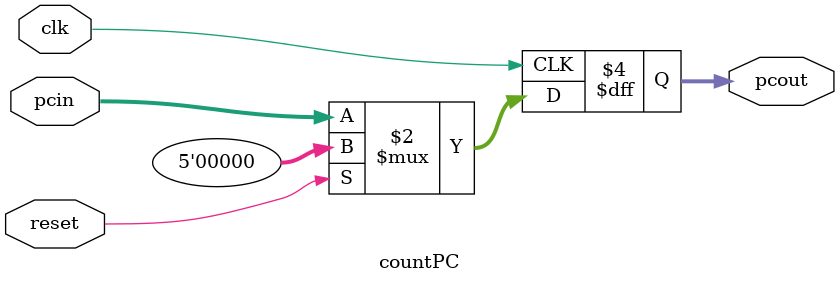
<source format=v>
module MemoriaDeInstrucoes(clk, reset, Instruction, SaidaPC, EntradaPC);
parameter SIZE=32;
output[SIZE-1:0] Instruction;
input clk, reset;
output [4:0] SaidaPC;
input [4:0] EntradaPC; 
wire [4:0] pcin, pcout;

countPC oi(EntradaPC, reset, clk, pcout);
somador5bits p(pcout, 5'b00100, 1'b0, cout, SaidaPC);
instrucao memi(pcout, Instruction);

endmodule


module instrucao(ReadAddress, Instruction);
parameter SIZE=32;
input [4:0] ReadAddress;
output reg [SIZE-1:0] Instruction;
reg [7:0] mem [SIZE-1:0];
integer i;
initial
begin
	/*
	 beq 000100 01000 01001 0000000000000100	  beq $8, $9, 2
	   j 000010 00000000000000000000000100 	  j 1
	*/
	mem[0]  = 8'b00000010;
	mem[1]  = 8'b00000000;
	mem[2]  = 8'b00001001;
	mem[3]  = 8'b00010001;
	
	mem[4]  = 8'b00000010;
	mem[5]  = 8'b00000000;
	mem[6]  = 8'b00000000;
	mem[7]  = 8'b10000000;
	
	mem[8]  = 8'b00000001;
	mem[9]  = 8'b00000000;
	mem[10] = 8'b00000000;
	mem[11] = 8'b10000000;
	
	mem[12] = 8'b00000001;
	mem[13] = 8'b00000000;
	mem[14] = 8'b00000000;
	mem[15] = 8'b00001000;
	
	mem[16] = 8'b00000100;
	mem[17] = 8'b00000000;
	mem[18] = 8'b00000000;
	mem[19] = 8'b10000000;	
	
	mem[20] = 8'b00001000;
	mem[21] = 8'b00000000;
	mem[22] = 8'b00000000;
	mem[23] = 8'b10000000;
	
	mem[24] = 8'b00010000;
	mem[25] = 8'b00000000;
	mem[26] = 8'b00000000;
	mem[27] = 8'b10000000;
	
	mem[28] = 8'b00100000;
	mem[29] = 8'b00000000;
	mem[30] = 8'b00000000;
	mem[31] = 8'b10000000;
	
end
always@(ReadAddress) begin
	Instruction[7:0]   = mem[ReadAddress];
	Instruction[15:8]  = mem[ReadAddress + 5'd1];
	Instruction[23:16] = mem[ReadAddress + 5'd2];
	Instruction[31:24] = mem[ReadAddress + 5'd3];
end
endmodule


module countPC (pcin, reset, clk, pcout);
input [4:0] pcin;
input reset, clk;
output reg [4:0] pcout;
always@(posedge clk) begin
	pcout <= pcin;
	if(reset) begin 
		pcout <= 5'd0;
	end
end
endmodule


</source>
